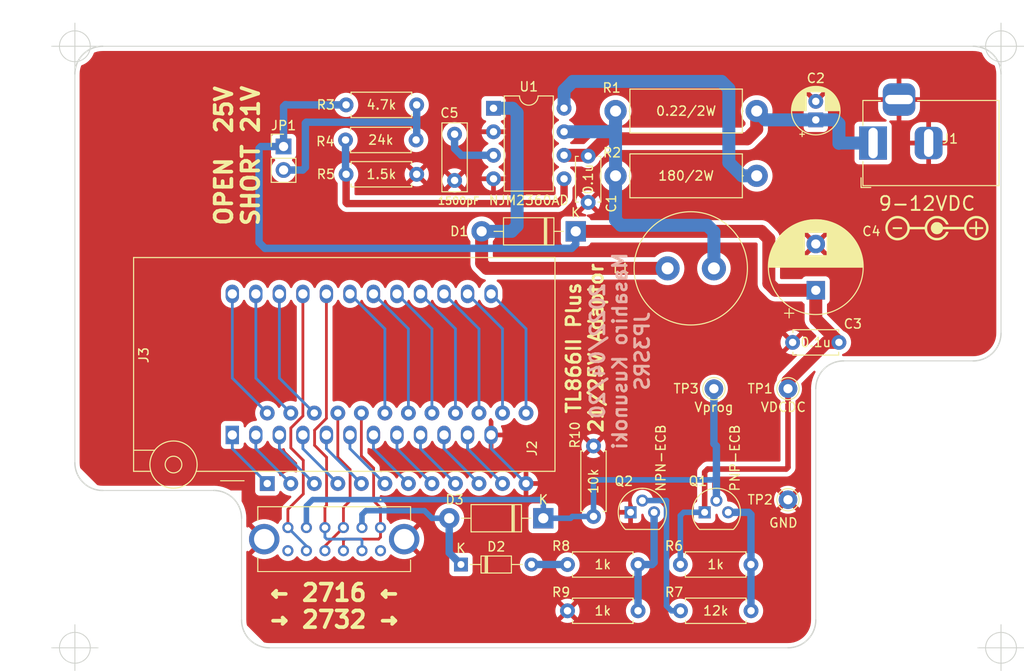
<source format=kicad_pcb>
(kicad_pcb (version 20211014) (generator pcbnew)
  (layers (0 "F.Cu" signal) (31 "B.Cu" signal) (34 "B.Paste" user) (35 "F.Paste" user) (36 "B.SilkS" user "B.Silkscreen") (37 "F.SilkS" user "F.Silkscreen") (38 "B.Mask" user) (39 "F.Mask" user) (44 "Edge.Cuts" user))
  (net 0 "")
  (net 1 "Net-(C1-Pad1)")
  (net 2 "GND")
  (net 3 "V+")
  (net 4 "Net-(D1-Pad2)")
  (net 5 "Vp")
  (net 6 "Net-(D2-Pad2)")
  (net 7 "Vprog")
  (net 8 "/1")
  (net 9 "/2")
  (net 10 "/3")
  (net 11 "/4")
  (net 12 "/5")
  (net 13 "/6")
  (net 14 "/7")
  (net 15 "/8")
  (net 16 "/9")
  (net 17 "/10")
  (net 18 "/11")
  (net 19 "Net-(J2-Pad20)")
  (net 20 "/13")
  (net 21 "/14")
  (net 22 "/15")
  (net 23 "/16")
  (net 24 "/17")
  (net 25 "/18")
  (net 26 "/19")
  (net 27 "Net-(J2-Pad21)")
  (net 28 "Net-(J3-Pad20)")
  (net 29 "/22")
  (net 30 "/23")
  (net 31 "/24")
  (net 32 "Net-(J3-Pad21)")
  (net 33 "Net-(JP1-Pad2)")
  (net 34 "Net-(L1-Pad1)")
  (net 35 "Net-(Q1-Pad3)")
  (net 36 "Net-(Q2-Pad2)")
  (net 37 "Net-(Q2-Pad3)")
  (net 38 "Net-(R2-Pad1)")
  (net 39 "Net-(R4-Pad1)")
  (net 40 "Net-(C5-Pad1)")
  (footprint "_localLibrary:centerPlus" (layer "F.Cu") (at 193.167 74.7522)
    (fp_text reference "G***" hide)
    (fp_text value "LOGO" hide)
  )
  (footprint "Capacitor_THT:CP_Radial_D5.0mm_P2.00mm" (layer "F.Cu") (at 180 62.955113 90)
    (fp_text reference "C2" (at 4.5 0 180) (layer "F.SilkS"))
    (fp_text value "100uF/25V")
    (pad "1" thru_hole rect (at 0 0 90) (size 1.6 1.6) (drill 0.8) (layers *.Cu *.Mask) (net 1 "Net-(C1-Pad1)"))
    (pad "2" thru_hole circle (at 2 0 90) (size 1.6 1.6) (drill 0.8) (layers *.Cu *.Mask) (net 2 "GND"))
  )
  (footprint "Resistor_THT:R_Axial_DIN0207_L6.3mm_D2.5mm_P7.62mm_Horizontal" (layer "F.Cu") (at 165.39 116)
    (fp_text reference "R7" (at -0.69 -2) (layer "F.SilkS"))
    (fp_text value "12k" (at 3.81 0) (layer "F.SilkS"))
    (pad "1" thru_hole circle (at 0 0) (size 1.6 1.6) (drill 0.8) (layers *.Cu *.Mask) (net 36 "Net-(Q2-Pad2)"))
    (pad "2" thru_hole oval (at 7.62 0) (size 1.6 1.6) (drill 0.8) (layers *.Cu *.Mask) (net 35 "Net-(Q1-Pad3)"))
  )
  (footprint "Resistor_THT:R_Axial_DIN0414_L11.9mm_D4.5mm_P15.24mm_Horizontal" (layer "F.Cu") (at 173.62 62 180)
    (fp_text reference "R1" (at 15.66 2.5 180) (layer "F.SilkS"))
    (fp_text value "0.22/2W" (at 7.62 0 180) (layer "F.SilkS"))
    (pad "1" thru_hole circle (at 0 0 180) (size 2.4 2.4) (drill 1.2) (layers *.Cu *.Mask) (net 1 "Net-(C1-Pad1)"))
    (pad "2" thru_hole oval (at 15.24 0 180) (size 2.4 2.4) (drill 1.2) (layers *.Cu *.Mask) (net 34 "Net-(L1-Pad1)"))
  )
  (footprint "Capacitor_THT:CP_Radial_D10.0mm_P5.00mm" (layer "F.Cu") (at 180 81.367677 90)
    (fp_text reference "C4" (at 6.367677 6 180) (layer "F.SilkS"))
    (fp_text value "330uF/50V")
    (pad "1" thru_hole rect (at 0 0 90) (size 2 2) (drill 1) (layers *.Cu *.Mask) (net 3 "V+"))
    (pad "2" thru_hole circle (at 5 0 90) (size 2 2) (drill 1) (layers *.Cu *.Mask) (net 2 "GND"))
  )
  (footprint "Package_TO_SOT_THT:TO-92" (layer "F.Cu") (at 160 105.36)
    (fp_text reference "Q2" (at -0.73 -3.36) (layer "F.SilkS"))
    (fp_text value "NPN-ECB" (at 3.27 -5.86 90) (layer "F.SilkS"))
    (pad "1" thru_hole rect (at 0 0) (size 1.3 1.3) (drill 0.75) (layers *.Cu *.Mask) (net 2 "GND"))
    (pad "2" thru_hole circle (at 1.27 -1.27) (size 1.3 1.3) (drill 0.75) (layers *.Cu *.Mask) (net 36 "Net-(Q2-Pad2)"))
    (pad "3" thru_hole circle (at 2.54 0) (size 1.3 1.3) (drill 0.75) (layers *.Cu *.Mask) (net 37 "Net-(Q2-Pad3)"))
  )
  (footprint "Capacitor_THT:C_Rect_L7.2mm_W2.5mm_P5.00mm_FKS2_FKP2_MKS2_MKP2" (layer "F.Cu") (at 141 64.5 -90)
    (fp_text reference "C5" (at -2.2925 0.5625 180) (layer "F.SilkS"))
    (fp_text value "1500pF" (at 7.2075 -0.4375 180) (layer "F.SilkS") (effects (font (size 0.8 0.8))))
    (pad "1" thru_hole circle (at 0 0 270) (size 1.6 1.6) (drill 0.8) (layers *.Cu *.Mask) (net 40 "Net-(C5-Pad1)"))
    (pad "2" thru_hole circle (at 5 0 270) (size 1.6 1.6) (drill 0.8) (layers *.Cu *.Mask) (net 2 "GND"))
  )
  (footprint "Resistor_THT:R_Axial_DIN0207_L6.3mm_D2.5mm_P7.62mm_Horizontal" (layer "F.Cu") (at 173 111 180)
    (fp_text reference "R6" (at 8.31 2) (layer "F.SilkS"))
    (fp_text value "1k" (at 3.81 0) (layer "F.SilkS"))
    (pad "1" thru_hole circle (at 0 0 180) (size 1.6 1.6) (drill 0.8) (layers *.Cu *.Mask) (net 35 "Net-(Q1-Pad3)"))
    (pad "2" thru_hole oval (at 7.62 0 180) (size 1.6 1.6) (drill 0.8) (layers *.Cu *.Mask) (net 3 "V+"))
  )
  (footprint "Capacitor_THT:C_Disc_D4.7mm_W2.5mm_P5.00mm" (layer "F.Cu") (at 182.5 87 180)
    (fp_text reference "C3" (at -1.5 2) (layer "F.SilkS"))
    (fp_text value "0.1u" (at 2.5 0) (layer "F.SilkS"))
    (pad "1" thru_hole circle (at 0 0 180) (size 1.6 1.6) (drill 0.8) (layers *.Cu *.Mask) (net 3 "V+"))
    (pad "2" thru_hole circle (at 5 0 180) (size 1.6 1.6) (drill 0.8) (layers *.Cu *.Mask) (net 2 "GND"))
  )
  (footprint "TestPoint:TestPoint_THTPad_D2.0mm_Drill1.0mm" (layer "F.Cu") (at 169 92)
    (fp_text reference "TP3" (at -3 0) (layer "F.SilkS"))
    (fp_text value "TPprog")
    (pad "1" thru_hole circle (at 0 0) (size 2 2) (drill 1) (layers *.Cu *.Mask) (net 7 "Vprog"))
  )
  (footprint "Package_TO_SOT_THT:TO-92" (layer "F.Cu") (at 168 105.36)
    (fp_text reference "Q1" (at -0.73 -3.36) (layer "F.SilkS"))
    (fp_text value "PNP-ECB" (at 3.27 -5.86 90) (layer "F.SilkS"))
    (pad "1" thru_hole rect (at 0 0) (size 1.3 1.3) (drill 0.75) (layers *.Cu *.Mask) (net 3 "V+"))
    (pad "2" thru_hole circle (at 1.27 -1.27) (size 1.3 1.3) (drill 0.75) (layers *.Cu *.Mask) (net 7 "Vprog"))
    (pad "3" thru_hole circle (at 2.54 0) (size 1.3 1.3) (drill 0.75) (layers *.Cu *.Mask) (net 35 "Net-(Q1-Pad3)"))
  )
  (footprint "Resistor_THT:R_Axial_DIN0207_L6.3mm_D2.5mm_P7.62mm_Horizontal" (layer "F.Cu") (at 153.19 111)
    (fp_text reference "R8" (at -0.69 -2) (layer "F.SilkS"))
    (fp_text value "1k" (at 3.81 0) (layer "F.SilkS"))
    (pad "1" thru_hole circle (at 0 0) (size 1.6 1.6) (drill 0.8) (layers *.Cu *.Mask) (net 6 "Net-(D2-Pad2)"))
    (pad "2" thru_hole oval (at 7.62 0) (size 1.6 1.6) (drill 0.8) (layers *.Cu *.Mask) (net 37 "Net-(Q2-Pad3)"))
  )
  (footprint "Resistor_THT:R_Axial_DIN0207_L6.3mm_D2.5mm_P7.62mm_Horizontal" (layer "F.Cu") (at 136.906 61.334 180)
    (fp_text reference "R3" (at 9.81 0) (layer "F.SilkS"))
    (fp_text value "4.7k" (at 3.81 0) (layer "F.SilkS"))
    (pad "1" thru_hole circle (at 0 0 180) (size 1.6 1.6) (drill 0.8) (layers *.Cu *.Mask) (net 33 "Net-(JP1-Pad2)"))
    (pad "2" thru_hole oval (at 7.62 0 180) (size 1.6 1.6) (drill 0.8) (layers *.Cu *.Mask) (net 3 "V+"))
  )
  (footprint "Diode_THT:D_DO-41_SOD81_P10.16mm_Horizontal" (layer "F.Cu") (at 154.08 75 180)
    (fp_text reference "D1" (at 12.58 0) (layer "F.SilkS"))
    (fp_text value "11EQS04")
    (fp_text user "K" (at 0 2) (layer "F.SilkS"))
    (pad "1" thru_hole rect (at 0 0 180) (size 2.2 2.2) (drill 1.1) (layers *.Cu *.Mask) (net 3 "V+"))
    (pad "2" thru_hole oval (at 10.16 0 180) (size 2.2 2.2) (drill 1.1) (layers *.Cu *.Mask) (net 4 "Net-(D1-Pad2)"))
  )
  (footprint "Resistor_THT:R_Axial_DIN0207_L6.3mm_D2.5mm_P7.62mm_Horizontal" (layer "F.Cu") (at 136.906 68.834 180)
    (fp_text reference "R5" (at 9.81 0) (layer "F.SilkS"))
    (fp_text value "1.5k" (at 3.81 0) (layer "F.SilkS"))
    (pad "1" thru_hole circle (at 0 0 180) (size 1.6 1.6) (drill 0.8) (layers *.Cu *.Mask) (net 2 "GND"))
    (pad "2" thru_hole oval (at 7.62 0 180) (size 1.6 1.6) (drill 0.8) (layers *.Cu *.Mask) (net 39 "Net-(R4-Pad1)"))
  )
  (footprint "_localLibrary:SSSF040800" (layer "F.Cu") (at 123 107.0102)
    (fp_text reference "SW1")
    (fp_text value "SSSF040800" hide)
    (pad "1" thru_hole circle (at 10 0) (size 1.2 1.2) (drill 0.7) (layers *.Cu *.Mask) (net 19 "Net-(J2-Pad20)"))
    (pad "2" thru_hole circle (at 8 0) (size 1.2 1.2) (drill 0.7) (layers *.Cu *.Mask) (net 5 "Vp"))
    (pad "3" thru_hole circle (at 6 0) (size 1.2 1.2) (drill 0.7) (layers *.Cu *.Mask) (net 27 "Net-(J2-Pad21)"))
    (pad "4" thru_hole circle (at 4 0) (size 1.2 1.2) (drill 0.7) (layers *.Cu *.Mask) (net 28 "Net-(J3-Pad20)"))
    (pad "5" thru_hole circle (at 2 0) (size 1.2 1.2) (drill 0.7) (layers *.Cu *.Mask) (net 7 "Vprog"))
    (pad "6" thru_hole circle (at 0 0) (size 1.2 1.2) (drill 0.7) (layers *.Cu *.Mask) (net 32 "Net-(J3-Pad21)"))
    (pad "7" thru_hole circle (at 0 2.5) (size 1.2 1.2) (drill 0.7) (layers *.Cu *.Mask))
    (pad "8" thru_hole circle (at 2 2.5) (size 1.2 1.2) (drill 0.7) (layers *.Cu *.Mask) (net 32 "Net-(J3-Pad21)"))
    (pad "9" thru_hole circle (at 4 2.5) (size 1.2 1.2) (drill 0.7) (layers *.Cu *.Mask) (net 27 "Net-(J2-Pad21)"))
    (pad "10" thru_hole circle (at 6 2.5) (size 1.2 1.2) (drill 0.7) (layers *.Cu *.Mask) (net 19 "Net-(J2-Pad20)"))
    (pad "11" thru_hole circle (at 8 2.5) (size 1.2 1.2) (drill 0.7) (layers *.Cu *.Mask) (net 28 "Net-(J3-Pad20)"))
    (pad "12" thru_hole circle (at 10 2.5) (size 1.2 1.2) (drill 0.7) (layers *.Cu *.Mask))
    (pad "MH" thru_hole circle (at 12.555 1.25) (size 3.285 3.285) (drill 2.2) (layers *.Cu *.Mask) (net 2 "GND"))
    (pad "MH" thru_hole circle (at -2.555 1.25) (size 3.285 3.285) (drill 2.2) (layers *.Cu *.Mask) (net 2 "GND"))
  )
  (footprint "Resistor_THT:R_Axial_DIN0207_L6.3mm_D2.5mm_P7.62mm_Horizontal" (layer "F.Cu") (at 156 98.19 -90)
    (fp_text reference "R10" (at -1.19 2 90) (layer "F.SilkS"))
    (fp_text value "10k" (at 3.81 0 90) (layer "F.SilkS"))
    (pad "1" thru_hole circle (at 0 0 270) (size 1.6 1.6) (drill 0.8) (layers *.Cu *.Mask) (net 2 "GND"))
    (pad "2" thru_hole oval (at 7.62 0 270) (size 1.6 1.6) (drill 0.8) (layers *.Cu *.Mask) (net 7 "Vprog"))
  )
  (footprint "Resistor_THT:R_Axial_DIN0414_L11.9mm_D4.5mm_P15.24mm_Horizontal" (layer "F.Cu") (at 173.62 69 180)
    (fp_text reference "R2" (at 15.62 2.5 180) (layer "F.SilkS"))
    (fp_text value "180/2W" (at 7.62 0 180) (layer "F.SilkS"))
    (pad "1" thru_hole circle (at 0 0 180) (size 2.4 2.4) (drill 1.2) (layers *.Cu *.Mask) (net 38 "Net-(R2-Pad1)"))
    (pad "2" thru_hole oval (at 15.24 0 180) (size 2.4 2.4) (drill 1.2) (layers *.Cu *.Mask) (net 34 "Net-(L1-Pad1)"))
  )
  (footprint "TestPoint:TestPoint_THTPad_D2.0mm_Drill1.0mm" (layer "F.Cu") (at 177 92)
    (fp_text reference "TP1" (at -3 0) (layer "F.SilkS"))
    (fp_text value "TPV+")
    (pad "1" thru_hole circle (at 0 0) (size 2 2) (drill 1) (layers *.Cu *.Mask) (net 3 "V+"))
  )
  (footprint "Socket:DIP_Socket-24_W11.9_W12.7_W15.24_W17.78_W18.5_3M_224-1275-00-0602J" (layer "F.Cu") (at 117 97 90)
    (fp_text reference "J3" (at 8.62 -9.56 90) (layer "F.SilkS"))
    (fp_text value "24Pin Socket")
    (pad "1" thru_hole rect (at 0 0 90) (size 2 1.44) (drill 1) (layers *.Cu *.Mask) (net 8 "/1"))
    (pad "2" thru_hole oval (at 0 2.54 90) (size 2 1.44) (drill 1) (layers *.Cu *.Mask) (net 9 "/2"))
    (pad "3" thru_hole oval (at 0 5.08 90) (size 2 1.44) (drill 1) (layers *.Cu *.Mask) (net 10 "/3"))
    (pad "4" thru_hole oval (at 0 7.62 90) (size 2 1.44) (drill 1) (layers *.Cu *.Mask) (net 11 "/4"))
    (pad "5" thru_hole oval (at 0 10.16 90) (size 2 1.44) (drill 1) (layers *.Cu *.Mask) (net 12 "/5"))
    (pad "6" thru_hole oval (at 0 12.7 90) (size 2 1.44) (drill 1) (layers *.Cu *.Mask) (net 13 "/6"))
    (pad "7" thru_hole oval (at 0 15.24 90) (size 2 1.44) (drill 1) (layers *.Cu *.Mask) (net 14 "/7"))
    (pad "8" thru_hole oval (at 0 17.78 90) (size 2 1.44) (drill 1) (layers *.Cu *.Mask) (net 15 "/8"))
    (pad "9" thru_hole oval (at 0 20.32 90) (size 2 1.44) (drill 1) (layers *.Cu *.Mask) (net 16 "/9"))
    (pad "10" thru_hole oval (at 0 22.86 90) (size 2 1.44) (drill 1) (layers *.Cu *.Mask) (net 17 "/10"))
    (pad "11" thru_hole oval (at 0 25.4 90) (size 2 1.44) (drill 1) (layers *.Cu *.Mask) (net 18 "/11"))
    (pad "12" thru_hole oval (at 0 27.94 90) (size 2 1.44) (drill 1) (layers *.Cu *.Mask) (net 2 "GND"))
    (pad "13" thru_hole oval (at 15.24 27.94 90) (size 2 1.44) (drill 1) (layers *.Cu *.Mask) (net 20 "/13"))
    (pad "14" thru_hole oval (at 15.24 25.4 90) (size 2 1.44) (drill 1) (layers *.Cu *.Mask) (net 21 "/14"))
    (pad "15" thru_hole oval (at 15.24 22.86 90) (size 2 1.44) (drill 1) (layers *.Cu *.Mask) (net 22 "/15"))
    (pad "16" thru_hole oval (at 15.24 20.32 90) (size 2 1.44) (drill 1) (layers *.Cu *.Mask) (net 23 "/16"))
    (pad "17" thru_hole oval (at 15.24 17.78 90) (size 2 1.44) (drill 1) (layers *.Cu *.Mask) (net 24 "/17"))
    (pad "18" thru_hole oval (at 15.24 15.24 90) (size 2 1.44) (drill 1) (layers *.Cu *.Mask) (net 25 "/18"))
    (pad "19" thru_hole oval (at 15.24 12.7 90) (size 2 1.44) (drill 1) (layers *.Cu *.Mask) (net 26 "/19"))
    (pad "20" thru_hole oval (at 15.24 10.16 90) (size 2 1.44) (drill 1) (layers *.Cu *.Mask) (net 28 "Net-(J3-Pad20)"))
    (pad "21" thru_hole oval (at 15.24 7.62 90) (size 2 1.44) (drill 1) (layers *.Cu *.Mask) (net 32 "Net-(J3-Pad21)"))
    (pad "22" thru_hole oval (at 15.24 5.08 90) (size 2 1.44) (drill 1) (layers *.Cu *.Mask) (net 29 "/22"))
    (pad "23" thru_hole oval (at 15.24 2.54 90) (size 2 1.44) (drill 1) (layers *.Cu *.Mask) (net 30 "/23"))
    (pad "24" thru_hole oval (at 15.24 0 90) (size 2 1.44) (drill 1) (layers *.Cu *.Mask) (net 31 "/24"))
  )
  (footprint "Resistor_THT:R_Axial_DIN0207_L6.3mm_D2.5mm_P7.62mm_Horizontal" (layer "F.Cu") (at 129.2235 65.1265)
    (fp_text reference "R4" (at -2.19 0.1675) (layer "F.SilkS"))
    (fp_text value "24k" (at 3.81 0) (layer "F.SilkS"))
    (pad "1" thru_hole circle (at 0 0) (size 1.6 1.6) (drill 0.8) (layers *.Cu *.Mask) (net 39 "Net-(R4-Pad1)"))
    (pad "2" thru_hole oval (at 7.62 0) (size 1.6 1.6) (drill 0.8) (layers *.Cu *.Mask) (net 33 "Net-(JP1-Pad2)"))
  )
  (footprint "Resistor_THT:R_Axial_DIN0207_L6.3mm_D2.5mm_P7.62mm_Horizontal" (layer "F.Cu") (at 153.19 116)
    (fp_text reference "R9" (at -0.69 -2) (layer "F.SilkS"))
    (fp_text value "1k" (at 3.81 0) (layer "F.SilkS"))
    (pad "1" thru_hole circle (at 0 0) (size 1.6 1.6) (drill 0.8) (layers *.Cu *.Mask) (net 2 "GND"))
    (pad "2" thru_hole oval (at 7.62 0) (size 1.6 1.6) (drill 0.8) (layers *.Cu *.Mask) (net 37 "Net-(Q2-Pad3)"))
  )
  (footprint "_localLibrary:MJ-179PH" (layer "F.Cu") (at 199.7875 65.5075 180)
    (fp_text reference "J1" (at 5.2875 0.5075) (layer "F.SilkS"))
    (fp_text value "DC JACK")
    (pad "1" thru_hole rect (at 13.6 0.05 180) (size 3 3.6) (drill oval 1 3.3) (layers *.Cu *.Mask) (net 1 "Net-(C1-Pad1)"))
    (pad "2" thru_hole roundrect (at 7.6 0.05 180) (size 3 3.5) (drill oval 1 3) (layers *.Cu *.Mask) (net 2 "GND"))
    (pad "3" thru_hole roundrect (at 10.8 4.75 180) (size 3.5 3.5) (drill oval 3 1) (layers *.Cu *.Mask) (net 2 "GND"))
  )
  (footprint "Capacitor_THT:C_Disc_D4.7mm_W2.5mm_P5.00mm" (layer "F.Cu") (at 155.4226 66.8674 -90)
    (fp_text reference "C1" (at 5.1326 -2.5 -270) (layer "F.SilkS"))
    (fp_text value "0.1u" (at 2.5 0 -270) (layer "F.SilkS"))
    (pad "1" thru_hole circle (at 0 0 270) (size 1.6 1.6) (drill 0.8) (layers *.Cu *.Mask) (net 1 "Net-(C1-Pad1)"))
    (pad "2" thru_hole circle (at 5 0 270) (size 1.6 1.6) (drill 0.8) (layers *.Cu *.Mask) (net 2 "GND"))
  )
  (footprint "TestPoint:TestPoint_THTPad_D2.0mm_Drill1.0mm" (layer "F.Cu") (at 177 104)
    (fp_text reference "TP2" (at -3 0) (layer "F.SilkS"))
    (fp_text value "TPGND")
    (pad "1" thru_hole circle (at 0 0) (size 2 2) (drill 1) (layers *.Cu *.Mask) (net 2 "GND"))
  )
  (footprint "Inductor_THT:L_Radial_D12.0mm_P5.00mm_Fastron_11P" (layer "F.Cu") (at 169 79 180)
    (fp_text reference "L1" (at 10 0) (layer "F.SilkS"))
    (fp_text value "220uH")
    (pad "1" thru_hole circle (at 0 0 180) (size 2.6 2.6) (drill 1.3) (layers *.Cu *.Mask) (net 34 "Net-(L1-Pad1)"))
    (pad "2" thru_hole circle (at 5 0 180) (size 2.6 2.6) (drill 1.3) (layers *.Cu *.Mask) (net 4 "Net-(D1-Pad2)"))
  )
  (footprint "Diode_THT:D_DO-34_SOD68_P7.62mm_Horizontal" (layer "F.Cu") (at 141.685 111)
    (fp_text reference "D2" (at 3.81 -1.92) (layer "F.SilkS"))
    (fp_text value "GDZJ15C")
    (fp_text user "K" (at 0 -1.75) (layer "F.SilkS"))
    (pad "1" thru_hole rect (at 0 0) (size 1.5 1.5) (drill 0.75) (layers *.Cu *.Mask) (net 5 "Vp"))
    (pad "2" thru_hole oval (at 7.62 0) (size 1.5 1.5) (drill 0.75) (layers *.Cu *.Mask) (net 6 "Net-(D2-Pad2)"))
  )
  (footprint "Package_DIP:DIP-24_W7.62mm" (layer "F.Cu") (at 120.772 102.2504 90)
    (fp_text reference "J2" (at 3.81 28.597 90) (layer "F.SilkS"))
    (fp_text value "24Pin Header")
    (pad "1" thru_hole rect (at 0 0 90) (size 1.6 1.6) (drill 0.8) (layers *.Cu *.Mask) (net 8 "/1"))
    (pad "2" thru_hole oval (at 0 2.54 90) (size 1.6 1.6) (drill 0.8) (layers *.Cu *.Mask) (net 9 "/2"))
    (pad "3" thru_hole oval (at 0 5.08 90) (size 1.6 1.6) (drill 0.8) (layers *.Cu *.Mask) (net 10 "/3"))
    (pad "4" thru_hole oval (at 0 7.62 90) (size 1.6 1.6) (drill 0.8) (layers *.Cu *.Mask) (net 11 "/4"))
    (pad "5" thru_hole oval (at 0 10.16 90) (size 1.6 1.6) (drill 0.8) (layers *.Cu *.Mask) (net 12 "/5"))
    (pad "6" thru_hole oval (at 0 12.7 90) (size 1.6 1.6) (drill 0.8) (layers *.Cu *.Mask) (net 13 "/6"))
    (pad "7" thru_hole oval (at 0 15.24 90) (size 1.6 1.6) (drill 0.8) (layers *.Cu *.Mask) (net 14 "/7"))
    (pad "8" thru_hole oval (at 0 17.78 90) (size 1.6 1.6) (drill 0.8) (layers *.Cu *.Mask) (net 15 "/8"))
    (pad "9" thru_hole oval (at 0 20.32 90) (size 1.6 1.6) (drill 0.8) (layers *.Cu *.Mask) (net 16 "/9"))
    (pad "10" thru_hole oval (at 0 22.86 90) (size 1.6 1.6) (drill 0.8) (layers *.Cu *.Mask) (net 17 "/10"))
    (pad "11" thru_hole oval (at 0 25.4 90) (size 1.6 1.6) (drill 0.8) (layers *.Cu *.Mask) (net 18 "/11"))
    (pad "12" thru_hole oval (at 0 27.94 90) (size 1.6 1.6) (drill 0.8) (layers *.Cu *.Mask) (net 2 "GND"))
    (pad "13" thru_hole oval (at 7.62 27.94 90) (size 1.6 1.6) (drill 0.8) (layers *.Cu *.Mask) (net 20 "/13"))
    (pad "14" thru_hole oval (at 7.62 25.4 90) (size 1.6 1.6) (drill 0.8) (layers *.Cu *.Mask) (net 21 "/14"))
    (pad "15" thru_hole oval (at 7.62 22.86 90) (size 1.6 1.6) (drill 0.8) (layers *.Cu *.Mask) (net 22 "/15"))
    (pad "16" thru_hole oval (at 7.62 20.32 90) (size 1.6 1.6) (drill 0.8) (layers *.Cu *.Mask) (net 23 "/16"))
    (pad "17" thru_hole oval (at 7.62 17.78 90) (size 1.6 1.6) (drill 0.8) (layers *.Cu *.Mask) (net 24 "/17"))
    (pad "18" thru_hole oval (at 7.62 15.24 90) (size 1.6 1.6) (drill 0.8) (layers *.Cu *.Mask) (net 25 "/18"))
    (pad "19" thru_hole oval (at 7.62 12.7 90) (size 1.6 1.6) (drill 0.8) (layers *.Cu *.Mask) (net 26 "/19"))
    (pad "20" thru_hole oval (at 7.62 10.16 90) (size 1.6 1.6) (drill 0.8) (layers *.Cu *.Mask) (net 19 "Net-(J2-Pad20)"))
    (pad "21" thru_hole oval (at 7.62 7.62 90) (size 1.6 1.6) (drill 0.8) (layers *.Cu *.Mask) (net 27 "Net-(J2-Pad21)"))
    (pad "22" thru_hole oval (at 7.62 5.08 90) (size 1.6 1.6) (drill 0.8) (layers *.Cu *.Mask) (net 29 "/22"))
    (pad "23" thru_hole oval (at 7.62 2.54 90) (size 1.6 1.6) (drill 0.8) (layers *.Cu *.Mask) (net 30 "/23"))
    (pad "24" thru_hole oval (at 7.62 0 90) (size 1.6 1.6) (drill 0.8) (layers *.Cu *.Mask) (net 31 "/24"))
  )
  (footprint "Connector_PinHeader_2.54mm:PinHeader_1x02_P2.54mm_Vertical" (layer "F.Cu") (at 122.5335 65.834)
    (fp_text reference "JP1" (at 0 -2.2675) (layer "F.SilkS"))
    (fp_text value "21V/25V")
    (pad "1" thru_hole rect (at 0 0) (size 1.7 1.7) (drill 1) (layers *.Cu *.Mask) (net 3 "V+"))
    (pad "2" thru_hole oval (at 0 2.54) (size 1.7 1.7) (drill 1) (layers *.Cu *.Mask) (net 33 "Net-(JP1-Pad2)"))
  )
  (footprint "Package_DIP:DIP-8_W7.62mm" (layer "F.Cu") (at 145.2 61.7)
    (fp_text reference "U1" (at 3.81 -2.33) (layer "F.SilkS"))
    (fp_text value "NJM2360AD" (at 3.81 9.95) (layer "F.SilkS"))
    (pad "1" thru_hole rect (at 0 0) (size 1.6 1.6) (drill 0.8) (layers *.Cu *.Mask) (net 4 "Net-(D1-Pad2)"))
    (pad "2" thru_hole oval (at 0 2.54) (size 1.6 1.6) (drill 0.8) (layers *.Cu *.Mask) (net 2 "GND"))
    (pad "3" thru_hole oval (at 0 5.08) (size 1.6 1.6) (drill 0.8) (layers *.Cu *.Mask) (net 40 "Net-(C5-Pad1)"))
    (pad "4" thru_hole oval (at 0 7.62) (size 1.6 1.6) (drill 0.8) (layers *.Cu *.Mask) (net 2 "GND"))
    (pad "5" thru_hole oval (at 7.62 7.62) (size 1.6 1.6) (drill 0.8) (layers *.Cu *.Mask) (net 39 "Net-(R4-Pad1)"))
    (pad "6" thru_hole oval (at 7.62 5.08) (size 1.6 1.6) (drill 0.8) (layers *.Cu *.Mask) (net 1 "Net-(C1-Pad1)"))
    (pad "7" thru_hole oval (at 7.62 2.54) (size 1.6 1.6) (drill 0.8) (layers *.Cu *.Mask) (net 34 "Net-(L1-Pad1)"))
    (pad "8" thru_hole oval (at 7.62 0) (size 1.6 1.6) (drill 0.8) (layers *.Cu *.Mask) (net 38 "Net-(R2-Pad1)"))
  )
  (footprint "Diode_THT:D_DO-41_SOD81_P10.16mm_Horizontal" (layer "F.Cu") (at 150.58 106 180)
    (fp_text reference "D3" (at 9.58 2) (layer "F.SilkS"))
    (fp_text value "11EQS04")
    (fp_text user "K" (at 0 2) (layer "F.SilkS"))
    (pad "1" thru_hole rect (at 0 0 180) (size 2.2 2.2) (drill 1.1) (layers *.Cu *.Mask) (net 7 "Vprog"))
    (pad "2" thru_hole oval (at 10.16 0 180) (size 2.2 2.2) (drill 1.1) (layers *.Cu *.Mask) (net 5 "Vp"))
  )
  (gr_line (start 103 55) (end 197 55) (layer "Edge.Cuts") (width 0.1))
  (gr_line (start 180 92) (end 180 117) (layer "Edge.Cuts") (width 0.1))
  (gr_arc (start 180 117) (mid 179.12132 119.12132) (end 177 120) (layer "Edge.Cuts") (width 0.15))
  (gr_line (start 177 120) (end 121 120) (layer "Edge.Cuts") (width 0.1))
  (gr_arc (start 100 58) (mid 100.87868 55.87868) (end 103 55) (layer "Edge.Cuts") (width 0.15))
  (gr_line (start 100 100) (end 100 58) (layer "Edge.Cuts") (width 0.1))
  (gr_arc (start 103 103) (mid 100.87868 102.12132) (end 100 100) (layer "Edge.Cuts") (width 0.15))
  (gr_line (start 103 103) (end 115 103) (layer "Edge.Cuts") (width 0.1))
  (gr_arc (start 197 55) (mid 199.12132 55.87868) (end 200 58) (layer "Edge.Cuts") (width 0.15))
  (gr_line (start 200 58) (end 200 86) (layer "Edge.Cuts") (width 0.1))
  (gr_arc (start 121 120) (mid 118.87868 119.12132) (end 118 117) (layer "Edge.Cuts") (width 0.15))
  (gr_arc (start 115 103) (mid 117.12132 103.87868) (end 118 106) (layer "Edge.Cuts") (width 0.15))
  (gr_line (start 118 117) (end 118 106) (layer "Edge.Cuts") (width 0.1))
  (gr_arc (start 200 86) (mid 199.12132 88.12132) (end 197 89) (layer "Edge.Cuts") (width 0.15))
  (gr_arc (start 180 92) (mid 180.87868 89.87868) (end 183 89) (layer "Edge.Cuts") (width 0.15))
  (gr_line (start 197 89) (end 183 89) (layer "Edge.Cuts") (width 0.1))
  (gr_text "2022/04/20\nMasahiro Kusunoki\nJP3SRS" (at 158.8516 87.9348 90) (layer "B.SilkS") (effects (font (size 1.5 1.5) (thickness 0.3)) (justify mirror)))
  (gr_text "Vprog" (at 169 94) (layer "F.SilkS") (effects (font (size 1 1))))
  (gr_text "GND" (at 176.5 106.5) (layer "F.SilkS") (effects (font (size 1 1))))
  (gr_text "VDCDC" (at 176.5 94) (layer "F.SilkS") (effects (font (size 1 1))))
  (gr_text "9-12VDC" (at 192 72) (layer "F.SilkS") (effects (font (size 1.5 1.5) (thickness 0.2))))
  (gr_text "OPEN  25V\nSHORT 21V" (at 117.5335 66.834 90) (layer "F.SilkS") (effects (font (size 1.8 1.8) (thickness 0.4))))
  (gr_text "← 2716 ←\n→ 2732 →" (at 128 115.5) (layer "F.SilkS") (effects (font (size 1.8 1.8) (thickness 0.4))))
  (gr_text "TL866II Plus\n21/25V Adaptor" (at 155.067 87.6046 90) (layer "F.SilkS") (effects (font (size 1.5 1.5) (thickness 0.3))))
  (target plus (at 100 120) (size 5) (width 0.1) (layer "Edge.Cuts"))
  (target plus (at 200 120) (size 5) (width 0.1) (layer "Edge.Cuts"))
  (target plus (at 100 55) (size 5) (width 0.1) (layer "Edge.Cuts"))
  (target plus (at 200 55) (size 5) (width 0.1) (layer "Edge.Cuts"))
  (segment (start 173.62 63.9716) (end 173.62 62) (width 1.4) (layer "F.Cu") (net 1))
  (segment (start 155.4226 66.8674) (end 157.2914 64.9986) (width 1.4) (layer "F.Cu") (net 1))
  (segment (start 157.2914 64.9986) (end 172.593 64.9986) (width 1.4) (layer "F.Cu") (net 1))
  (segment (start 152.82 66.78) (end 155.3352 66.78) (width 1.4) (layer "F.Cu") (net 1))
  (segment (start 172.593 64.9986) (end 173.62 63.9716) (width 1.4) (layer "F.Cu") (net 1))
  (segment (start 155.3352 66.78) (end 155.4226 66.8674) (width 1.4) (layer "F.Cu") (net 1))
  (segment (start 182.081113 62.955113) (end 180 62.955113) (width 1.4) (layer "B.Cu") (net 1))
  (segment (start 180 62.955113) (end 174.575113 62.955113) (width 1.4) (layer "B.Cu") (net 1))
  (segment (start 174.575113 62.955113) (end 173.62 62) (width 1.4) (layer "B.Cu") (net 1))
  (segment (start 182.5 65.4822) (end 182.5 63.374) (width 1.4) (layer "B.Cu") (net 1))
  (segment (start 182.5247 65.4575) (end 182.5 65.4822) (width 1.4) (layer "B.Cu") (net 1))
  (segment (start 186.1875 65.4575) (end 182.5247 65.4575) (width 1.4) (layer "B.Cu") (net 1))
  (segment (start 182.5 63.374) (end 182.081113 62.955113) (width 1.4) (layer "B.Cu") (net 1))
  (segment (start 144.94 98.4784) (end 148.712 102.2504) (width 0.3) (layer "B.Cu") (net 2))
  (segment (start 144.94 97) (end 144.94 98.4784) (width 0.3) (layer "B.Cu") (net 2))
  (segment (start 175.677877 81.367677) (end 180 81.367677) (width 1.4) (layer "F.Cu") (net 3))
  (segment (start 168.3258 100.6856) (end 176.8094 100.6856) (width 0.6) (layer "F.Cu") (net 3))
  (segment (start 176.9872 91.1606) (end 176.9872 91.9872) (width 1.4) (layer "F.Cu") (net 3))
  (segment (start 176.9872 91.9872) (end 177 92) (width 1.4) (layer "F.Cu") (net 3))
  (segment (start 168 105.36) (end 168 101.0114) (width 0.6) (layer "F.Cu") (net 3))
  (segment (start 177 100.495) (end 177 92) (width 0.6) (layer "F.Cu") (net 3))
  (segment (start 181.1478 87) (end 176.9872 91.1606) (width 1.4) (layer "F.Cu") (net 3))
  (segment (start 174.1108 75) (end 174.9298 75.819) (width 1.4) (layer "F.Cu") (net 3))
  (segment (start 180 81.367677) (end 180 84.5) (width 1.4) (layer "F.Cu") (net 3))
  (segment (start 180 84.5) (end 182.5 87) (width 1.4) (layer "F.Cu") (net 3))
  (segment (start 182.5 87) (end 181.1478 87) (width 1.4) (layer "F.Cu") (net 3))
  (segment (start 174.9298 80.6196) (end 175.677877 81.367677) (width 1.4) (layer "F.Cu") (net 3))
  (segment (start 168 101.0114) (end 168.3258 100.6856) (width 0.6) (layer "F.Cu") (net 3))
  (segment (start 154.08 75) (end 174.1108 75) (width 1.4) (layer "F.Cu") (net 3))
  (segment (start 176.8094 100.6856) (end 177 100.495) (width 0.6) (layer "F.Cu") (net 3))
  (segment (start 174.9298 75.819) (end 174.9298 80.6196) (width 1.4) (layer "F.Cu") (net 3))
  (segment (start 153.6446 76.835) (end 120.523 76.835) (width 0.8) (layer "B.Cu") (net 3))
  (segment (start 154.08 76.3996) (end 153.6446 76.835) (width 0.8) (layer "B.Cu") (net 3))
  (segment (start 119.888 66.04) (end 120.094 65.834) (width 0.8) (layer "B.Cu") (net 3))
  (segment (start 122.5335 61.5258) (end 122.7573 61.302) (width 0.8) (layer "B.Cu") (net 3))
  (segment (start 120.094 65.834) (end 122.5335 65.834) (width 0.8) (layer "B.Cu") (net 3))
  (segment (start 122.7893 61.334) (end 129.286 61.334) (width 0.8) (layer "B.Cu") (net 3))
  (segment (start 122.7573 61.302) (end 122.7893 61.334) (width 0.8) (layer "B.Cu") (net 3))
  (segment (start 154.08 75) (end 154.08 76.3996) (width 0.8) (layer "B.Cu") (net 3))
  (segment (start 120.523 76.835) (end 119.888 76.2) (width 0.8) (layer "B.Cu") (net 3))
  (segment (start 119.888 76.2) (end 119.888 66.04) (width 0.8) (layer "B.Cu") (net 3))
  (segment (start 165.38 111) (end 165.38 105.7142) (width 0.6) (layer "B.Cu") (net 3))
  (segment (start 122.5335 65.834) (end 122.5335 61.5258) (width 0.8) (layer "B.Cu") (net 3))
  (segment (start 165.7342 105.36) (end 168 105.36) (width 0.6) (layer "B.Cu") (net 3))
  (segment (start 165.38 105.7142) (end 165.7342 105.36) (width 0.6) (layer "B.Cu") (net 3))
  (segment (start 143.92 78.4388) (end 143.92 75) (width 1.4) (layer "F.Cu") (net 4))
  (segment (start 144.4812 79) (end 143.92 78.4388) (width 1.4) (layer "F.Cu") (net 4))
  (segment (start 164 79) (end 144.4812 79) (width 1.4) (layer "F.Cu") (net 4))
  (segment (start 143.92 75) (end 147.1484 75) (width 1.4) (layer "B.Cu") (net 4))
  (segment (start 147.7518 74.3966) (end 147.7518 62.2046) (width 1.4) (layer "B.Cu") (net 4))
  (segment (start 147.2472 61.7) (end 145.2 61.7) (width 1.4) (layer "B.Cu") (net 4))
  (segment (start 147.7518 62.2046) (end 147.2472 61.7) (width 1.4) (layer "B.Cu") (net 4))
  (segment (start 147.1484 75) (end 147.7518 74.3966) (width 1.4) (layer "B.Cu") (net 4))
  (segment (start 137.7442 105.1814) (end 138.5824 106.0196) (width 0.6) (layer "B.Cu") (net 5))
  (segment (start 138.5824 106.0196) (end 138.602 106) (width 0.6) (layer "B.Cu") (net 5))
  (segment (start 140.42 106) (end 140.42 109.735) (width 0.8) (layer "B.Cu") (net 5))
  (segment (start 131.4196 105.1814) (end 137.7442 105.1814) (width 0.6) (layer "B.Cu") (net 5))
  (segment (start 131 105.601) (end 131.4196 105.1814) (width 0.6) (layer "B.Cu") (net 5))
  (segment (start 131 107.0102) (end 131 105.601) (width 0.6) (layer "B.Cu") (net 5))
  (segment (start 140.42 109.735) (end 141.685 111) (width 0.8) (layer "B.Cu") (net 5))
  (segment (start 138.602 106) (end 140.42 106) (width 0.6) (layer "B.Cu") (net 5))
  (segment (start 149.305 111) (end 153.19 111) (width 0.8) (layer "B.Cu") (net 6))
  (segment (start 125.6792 103.9876) (end 150.2156 103.9876) (width 0.6) (layer "B.Cu") (net 7))
  (segment (start 150.58 104.3012) (end 150.58 106) (width 0.6) (layer "B.Cu") (net 7))
  (segment (start 125 107.025) (end 125 104.6668) (width 0.6) (layer "B.Cu") (net 7))
  (segment (start 169 92) (end 169 97.9308) (width 0.8) (layer "B.Cu") (net 7))
  (segment (start 153.5234 106) (end 150.58 106) (width 0.6) (layer "B.Cu") (net 7))
  (segment (start 169.27 98.2008) (end 169.27 102.087) (width 0.8) (layer "B.Cu") (net 7))
  (segment (start 169 97.9308) (end 169.27 98.2008) (width 0.8) (layer "B.Cu") (net 7))
  (segment (start 125 104.6668) (end 125.6792 103.9876) (width 0.6) (layer "B.Cu") (net 7))
  (segment (start 150.241 103.9622) (end 150.58 104.3012) (width 0.6) (layer "B.Cu") (net 7))
  (segment (start 156.1592 101.854) (end 169.037 101.854) (width 0.6) (layer "B.Cu") (net 7))
  (segment (start 150.2156 103.9876) (end 150.241 103.9622) (width 0.6) (layer "B.Cu") (net 7))
  (segment (start 156 105.81) (end 156 102.0132) (width 0.6) (layer "B.Cu") (net 7))
  (segment (start 156 102.0132) (end 156.1592 101.854) (width 0.6) (layer "B.Cu") (net 7))
  (segment (start 156 105.81) (end 153.7134 105.81) (width 0.6) (layer "B.Cu") (net 7))
  (segment (start 169.27 102.087) (end 169.27 104.09) (width 0.8) (layer "B.Cu") (net 7))
  (segment (start 153.7134 105.81) (end 153.5234 106) (width 0.6) (layer "B.Cu") (net 7))
  (segment (start 169.037 101.854) (end 169.27 102.087) (width 0.6) (layer "B.Cu") (net 7))
  (segment (start 117 97) (end 117 98.4784) (width 0.3) (layer "B.Cu") (net 8))
  (segment (start 117 98.4784) (end 120.772 102.2504) (width 0.3) (layer "B.Cu") (net 8))
  (segment (start 119.54 97) (end 119.54 98.4784) (width 0.3) (layer "B.Cu") (net 9))
  (segment (start 119.54 98.4784) (end 123.312 102.2504) (width 0.3) (layer "B.Cu") (net 9))
  (segment (start 122.08 98.4784) (end 125.852 102.2504) (width 0.3) (layer "B.Cu") (net 10))
  (segment (start 122.08 97) (end 122.08 98.4784) (width 0.3) (layer "B.Cu") (net 10))
  (segment (start 124.62 98.4784) (end 128.392 102.2504) (width 0.3) (layer "B.Cu") (net 11))
  (segment (start 124.62 97) (end 124.62 98.4784) (width 0.3) (layer "B.Cu") (net 11))
  (segment (start 127.16 97) (end 127.16 98.4784) (width 0.3) (layer "B.Cu") (net 12))
  (segment (start 127.16 98.4784) (end 130.932 102.2504) (width 0.3) (layer "B.Cu") (net 12))
  (segment (start 129.7 98.4784) (end 133.472 102.2504) (width 0.3) (layer "B.Cu") (net 13))
  (segment (start 129.7 97) (end 129.7 98.4784) (width 0.3) (layer "B.Cu") (net 13))
  (segment (start 132.24 98.4784) (end 136.012 102.2504) (width 0.3) (layer "B.Cu") (net 14))
  (segment (start 132.24 97) (end 132.24 98.4784) (width 0.3) (layer "B.Cu") (net 14))
  (segment (start 134.78 97) (end 134.78 98.4784) (width 0.3) (layer "B.Cu") (net 15))
  (segment (start 134.78 98.4784) (end 138.552 102.2504) (width 0.3) (layer "B.Cu") (net 15))
  (segment (start 137.32 98.4784) (end 141.092 102.2504) (width 0.3) (layer "B.Cu") (net 16))
  (segment (start 137.32 97) (end 137.32 98.4784) (width 0.3) (layer "B.Cu") (net 16))
  (segment (start 139.86 98.4784) (end 143.632 102.2504) (width 0.3) (layer "B.Cu") (net 17))
  (segment (start 139.86 97) (end 139.86 98.4784) (width 0.3) (layer "B.Cu") (net 17))
  (segment (start 142.4 97) (end 142.4 98.4784) (width 0.3) (layer "B.Cu") (net 18))
  (segment (start 142.4 98.4784) (end 146.172 102.2504) (width 0.3) (layer "B.Cu") (net 18))
  (segment (start 132.7912 108.2548) (end 133 108.046) (width 0.3) (layer "F.Cu") (net 19))
  (segment (start 130.932 94.6304) (end 130.932 99.2582) (width 0.3) (layer "F.Cu") (net 19))
  (segment (start 133 104.8568) (end 133 107.0102) (width 0.3) (layer "F.Cu") (net 19))
  (segment (start 129 108.4392) (end 129.1844 108.2548) (width 0.3) (layer "F.Cu") (net 19))
  (segment (start 133 108.046) (end 133 107.025) (width 0.3) (layer "F.Cu") (net 19))
  (segment (start 129 109.525) (end 129 108.4392) (width 0.3) (layer "F.Cu") (net 19))
  (segment (start 129.1844 108.2548) (end 132.7912 108.2548) (width 0.3) (layer "F.Cu") (net 19))
  (segment (start 130.932 99.2582) (end 132.2578 100.584) (width 0.3) (layer "F.Cu") (net 19))
  (segment (start 132.2578 100.584) (end 132.2578 104.1146) (width 0.3) (layer "F.Cu") (net 19))
  (segment (start 132.2578 104.1146) (end 133 104.8568) (width 0.3) (layer "F.Cu") (net 19))
  (segment (start 148.712 94.6304) (end 148.712 85.532) (width 0.3) (layer "B.Cu") (net 20))
  (segment (start 148.712 85.532) (end 144.94 81.76) (width 0.3) (layer "B.Cu") (net 20))
  (segment (start 146.172 85.532) (end 142.4 81.76) (width 0.3) (layer "B.Cu") (net 21))
  (segment (start 146.172 94.6304) (end 146.172 85.532) (width 0.3) (layer "B.Cu") (net 21))
  (segment (start 143.632 94.6304) (end 143.632 85.532) (width 0.3) (layer "B.Cu") (net 22))
  (segment (start 143.632 85.532) (end 139.86 81.76) (width 0.3) (layer "B.Cu") (net 22))
  (segment (start 141.092 85.532) (end 137.32 81.76) (width 0.3) (layer "B.Cu") (net 23))
  (segment (start 141.092 94.6304) (end 141.092 85.532) (width 0.3) (layer "B.Cu") (net 23))
  (segment (start 138.552 94.6304) (end 138.552 85.532) (width 0.3) (layer "B.Cu") (net 24))
  (segment (start 138.552 85.532) (end 134.78 81.76) (width 0.3) (layer "B.Cu") (net 24))
  (segment (start 136.012 94.6304) (end 136.012 85.532) (width 0.3) (layer "B.Cu") (net 25))
  (segment (start 136.012 85.532) (end 132.24 81.76) (width 0.3) (layer "B.Cu") (net 25))
  (segment (start 133.472 94.6304) (end 133.472 85.532) (width 0.3) (layer "B.Cu") (net 26))
  (segment (start 133.472 85.532) (end 129.7 81.76) (width 0.3) (layer "B.Cu") (net 26))
  (segment (start 129.7178 104.1146) (end 128.9812 104.8512) (width 0.3) (layer "F.Cu") (net 27))
  (segment (start 128.392 94.6304) (end 128.392 99.4106) (width 0.3) (layer "F.Cu") (net 27))
  (segment (start 129.7178 100.7364) (end 129.7178 104.1146) (width 0.3) (layer "F.Cu") (net 27))
  (segment (start 129 104.87) (end 129 107.0102) (width 0.3) (layer "F.Cu") (net 27))
  (segment (start 129 107.0102) (end 127 109.0102) (width 0.3) (layer "F.Cu") (net 27))
  (segment (start 128.392 99.4106) (end 129.7178 100.7364) (width 0.3) (layer "F.Cu") (net 27))
  (segment (start 128.9812 104.8512) (end 129 104.87) (width 0.3) (layer "F.Cu") (net 27))
  (segment (start 127 109.0102) (end 127 109.5102) (width 0.3) (layer "F.Cu") (net 27))
  (segment (start 125.8824 98.1202) (end 127.1778 99.4156) (width 0.3) (layer "F.Cu") (net 28))
  (segment (start 126.9746 104.8258) (end 127 104.8512) (width 0.3) (layer "F.Cu") (net 28))
  (segment (start 127.16 81.76) (end 127.16 95.207471) (width 0.3) (layer "F.Cu") (net 28))
  (segment (start 127.16 95.207471) (end 125.8824 96.485071) (width 0.3) (layer "F.Cu") (net 28))
  (segment (start 127 104.8512) (end 127 107.0102) (width 0.3) (layer "F.Cu") (net 28))
  (segment (start 127.1778 104.6226) (end 126.9746 104.8258) (width 0.3) (layer "F.Cu") (net 28))
  (segment (start 127.1778 99.4156) (end 127.1778 104.6226) (width 0.3) (layer "F.Cu") (net 28))
  (segment (start 125.8824 96.485071) (end 125.8824 98.1202) (width 0.3) (layer "F.Cu") (net 28))
  (segment (start 127 108.0516) (end 127.2032 108.2548) (width 0.3) (layer "B.Cu") (net 28))
  (segment (start 131 108.394) (end 131 109.5102) (width 0.3) (layer "B.Cu") (net 28))
  (segment (start 127 107.0102) (end 127 108.0516) (width 0.3) (layer "B.Cu") (net 28))
  (segment (start 130.8608 108.2548) (end 131 108.394) (width 0.3) (layer "B.Cu") (net 28))
  (segment (start 127.2032 108.2548) (end 130.8608 108.2548) (width 0.3) (layer "B.Cu") (net 28))
  (segment (start 122.08 90.8584) (end 125.852 94.6304) (width 0.3) (layer "B.Cu") (net 29))
  (segment (start 122.08 81.76) (end 122.08 90.8584) (width 0.3) (layer "B.Cu") (net 29))
  (segment (start 119.54 81.76) (end 119.54 90.8584) (width 0.3) (layer "B.Cu") (net 30))
  (segment (start 119.54 90.8584) (end 123.312 94.6304) (width 0.3) (layer "B.Cu") (net 30))
  (segment (start 117 81.76) (end 117 90.8584) (width 0.3) (layer "B.Cu") (net 31))
  (segment (start 117 90.8584) (end 120.772 94.6304) (width 0.3) (layer "B.Cu") (net 31))
  (segment (start 124.62 81.76) (end 124.62 94.948055) (width 0.3) (layer "F.Cu") (net 32))
  (segment (start 123.317 98.3996) (end 124.6632 99.7458) (width 0.3) (layer "F.Cu") (net 32))
  (segment (start 124.6632 103.378) (end 123 105.0412) (width 0.3) (layer "F.Cu") (net 32))
  (segment (start 124.6632 99.7458) (end 124.6632 103.378) (width 0.3) (layer "F.Cu") (net 32))
  (segment (start 123 105.0412) (end 123 107.0102) (width 0.3) (layer "F.Cu") (net 32))
  (segment (start 124.62 94.948055) (end 123.317 96.251055) (width 0.3) (layer "F.Cu") (net 32))
  (segment (start 123.317 96.251055) (end 123.317 98.3996) (width 0.3) (layer "F.Cu") (net 32))
  (segment (start 125 109.0102) (end 125 109.5102) (width 0.3) (layer "B.Cu") (net 32))
  (segment (start 123 107.0102) (end 125 109.0102) (width 0.3) (layer "B.Cu") (net 32))
  (segment (start 136.906 61.334) (end 136.906 63.3095) (width 0.8) (layer "B.Cu") (net 33))
  (segment (start 122.5335 68.374) (end 124.6007 68.374) (width 0.8) (layer "B.Cu") (net 33))
  (segment (start 124.8909 63.3086) (end 124.9925 63.207) (width 0.8) (layer "B.Cu") (net 33))
  (segment (start 124.9925 63.207) (end 136.8035 63.207) (width 0.8) (layer "B.Cu") (net 33))
  (segment (start 136.906 63.3095) (end 136.906 65.064) (width 0.8) (layer "B.Cu") (net 33))
  (segment (start 124.8909 68.0838) (end 124.8909 63.3086) (width 0.8) (layer "B.Cu") (net 33))
  (segment (start 124.6007 68.374) (end 124.8909 68.0838) (width 0.8) (layer "B.Cu") (net 33))
  (segment (start 136.906 65.064) (end 136.8435 65.1265) (width 0.8) (layer "B.Cu") (net 33))
  (segment (start 136.8035 63.207) (end 136.906 63.3095) (width 0.8) (layer "B.Cu") (net 33))
  (segment (start 158.9532 74.3458) (end 168.275 74.3458) (width 1.4) (layer "B.Cu") (net 34))
  (segment (start 158.38 73.7726) (end 158.9532 74.3458) (width 1.4) (layer "B.Cu") (net 34))
  (segment (start 158.38 69) (end 158.38 62) (width 1.4) (layer "B.Cu") (net 34))
  (segment (start 152.82 64.24) (end 157.8576 64.24) (width 1.4) (layer "B.Cu") (net 34))
  (segment (start 158.38 63.7176) (end 158.38 62) (width 1.4) (layer "B.Cu") (net 34))
  (segment (start 157.8576 64.24) (end 158.38 63.7176) (width 1.4) (layer "B.Cu") (net 34))
  (segment (start 169 75.0708) (end 169 79) (width 1.4) (layer "B.Cu") (net 34))
  (segment (start 168.275 74.3458) (end 169 75.0708) (width 1.4) (layer "B.Cu") (net 34))
  (segment (start 158.38 69) (end 158.38 73.7726) (width 1.4) (layer "B.Cu") (net 34))
  (segment (start 173 115.99) (end 173.01 116) (width 0.8) (layer "B.Cu") (net 35))
  (segment (start 173 105.6138) (end 172.7462 105.36) (width 0.8) (layer "B.Cu") (net 35))
  (segment (start 173 111) (end 173 115.99) (width 0.8) (layer "B.Cu") (net 35))
  (segment (start 173 111) (end 173 105.6138) (width 0.8) (layer "B.Cu") (net 35))
  (segment (start 172.7462 105.36) (end 170.54 105.36) (width 0.8) (layer "B.Cu") (net 35))
  (segment (start 163.8808 115.4684) (end 164.4124 116) (width 0.6) (layer "B.Cu") (net 36))
  (segment (start 163.8808 104.0908) (end 163.8808 115.4684) (width 0.6) (layer "B.Cu") (net 36))
  (segment (start 164.4124 116) (end 165.39 116) (width 0.6) (layer "B.Cu") (net 36))
  (segment (start 163.8816 104.09) (end 163.8808 104.0908) (width 0.6) (layer "B.Cu") (net 36))
  (segment (start 161.27 104.09) (end 163.8816 104.09) (width 0.6) (layer "B.Cu") (net 36))
  (segment (start 160.81 111) (end 162.3294 111) (width 0.8) (layer "B.Cu") (net 37))
  (segment (start 160.81 111) (end 160.81 116) (width 0.8) (layer "B.Cu") (net 37))
  (segment (start 162.3294 111) (end 162.54 110.7894) (width 0.8) (layer "B.Cu") (net 37))
  (segment (start 162.54 110.7894) (end 162.54 105.36) (width 0.8) (layer "B.Cu") (net 37))
  (segment (start 153.7716 58.801) (end 152.82 59.7526) (width 1.4) (layer "B.Cu") (net 38))
  (segment (start 170.6118 59.5884) (end 169.8244 58.801) (width 1.4) (layer "B.Cu") (net 38))
  (segment (start 152.82 59.7526) (end 152.82 61.7) (width 1.4) (layer "B.Cu") (net 38))
  (segment (start 169.8244 58.801) (end 153.7716 58.801) (width 1.4) (layer "B.Cu") (net 38))
  (segment (start 173.62 69) (end 172.0478 69) (width 1.4) (layer "B.Cu") (net 38))
  (segment (start 172.0478 69) (end 170.6118 67.564) (width 1.4) (layer "B.Cu") (net 38))
  (segment (start 170.6118 67.564) (end 170.6118 59.5884) (width 1.4) (layer "B.Cu") (net 38))
  (segment (start 152.82 71.32) (end 152.82 69.32) (width 0.8) (layer "F.Cu") (net 39))
  (segment (start 152.14 72) (end 152.82 71.32) (width 0.8) (layer "F.Cu") (net 39))
  (segment (start 129.404 72) (end 129.286 71.882) (width 0.8) (layer "F.Cu") (net 39))
  (segment (start 152.14 72) (end 129.404 72) (width 0.8) (layer "F.Cu") (net 39))
  (segment (start 129.286 71.882) (end 129.286 68.834) (width 0.8) (layer "F.Cu") (net 39))
  (segment (start 129.2235 68.7715) (end 129.286 68.834) (width 0.8) (layer "B.Cu") (net 39))
  (segment (start 129.2235 65.1265) (end 129.2235 68.7715) (width 0.8) (layer "B.Cu") (net 39))
  (segment (start 141.7354 66.78) (end 141 66.0446) (width 0.8) (layer "B.Cu") (net 40))
  (segment (start 145.2 66.78) (end 141.7354 66.78) (width 0.8) (layer "B.Cu") (net 40))
  (segment (start 141 66.0446) (end 141 64.5) (width 0.8) (layer "B.Cu") (net 40))
  (zone (net 2) (net_name "GND") (layer "F.Cu") (connect_pads (clearance 0.508)) (min_thickness 0.254) (fill yes (thermal_gap 0.508) (thermal_bridge_width 0.508))
    (polygon (pts (xy 200 57) (xy 200 87) (xy 198 89) (xy 180 89) (xy 180 117) (xy 178 120) (xy 121 120) (xy 118 117) (xy 118 103) (xy 103 103) (xy 100 100) (xy 100 57) (xy 103 55) (xy 198 55)))
  )
)
</source>
